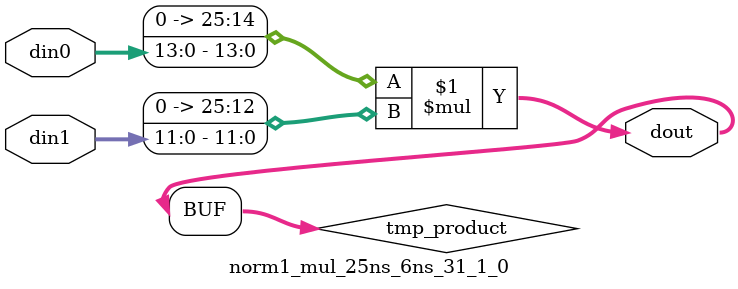
<source format=v>

`timescale 1 ns / 1 ps

 module norm1_mul_25ns_6ns_31_1_0(din0, din1, dout);
parameter ID = 1;
parameter NUM_STAGE = 0;
parameter din0_WIDTH = 14;
parameter din1_WIDTH = 12;
parameter dout_WIDTH = 26;

input [din0_WIDTH - 1 : 0] din0; 
input [din1_WIDTH - 1 : 0] din1; 
output [dout_WIDTH - 1 : 0] dout;

wire signed [dout_WIDTH - 1 : 0] tmp_product;
























assign tmp_product = $signed({1'b0, din0}) * $signed({1'b0, din1});











assign dout = tmp_product;





















endmodule

</source>
